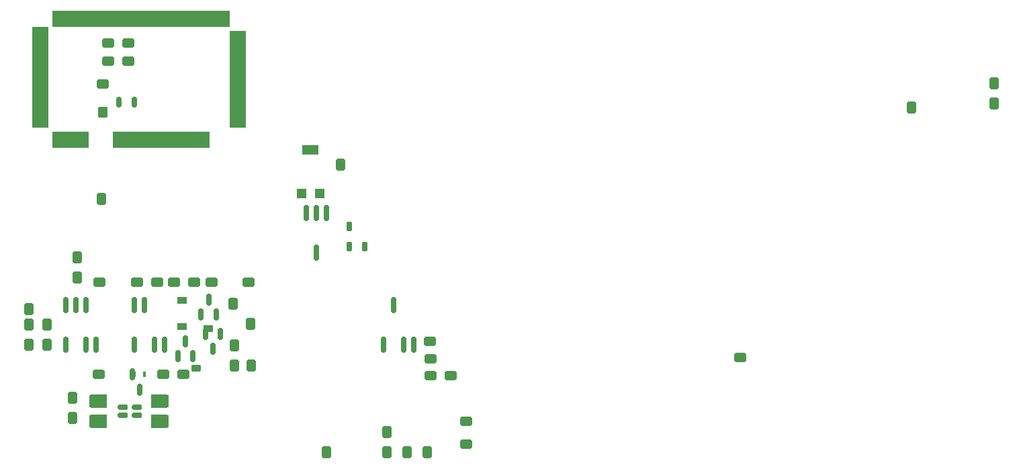
<source format=gbr>
%TF.GenerationSoftware,KiCad,Pcbnew,7.0.1*%
%TF.CreationDate,2023-03-16T09:25:58+01:00*%
%TF.ProjectId,Muons_SIPM_V2,4d756f6e-735f-4534-9950-4d5f56322e6b,rev?*%
%TF.SameCoordinates,PXc54b534PY8c10c98*%
%TF.FileFunction,Paste,Bot*%
%TF.FilePolarity,Positive*%
%FSLAX46Y46*%
G04 Gerber Fmt 4.6, Leading zero omitted, Abs format (unit mm)*
G04 Created by KiCad (PCBNEW 7.0.1) date 2023-03-16 09:25:58*
%MOMM*%
%LPD*%
G01*
G04 APERTURE LIST*
G04 Aperture macros list*
%AMRoundRect*
0 Rectangle with rounded corners*
0 $1 Rounding radius*
0 $2 $3 $4 $5 $6 $7 $8 $9 X,Y pos of 4 corners*
0 Add a 4 corners polygon primitive as box body*
4,1,4,$2,$3,$4,$5,$6,$7,$8,$9,$2,$3,0*
0 Add four circle primitives for the rounded corners*
1,1,$1+$1,$2,$3*
1,1,$1+$1,$4,$5*
1,1,$1+$1,$6,$7*
1,1,$1+$1,$8,$9*
0 Add four rect primitives between the rounded corners*
20,1,$1+$1,$2,$3,$4,$5,0*
20,1,$1+$1,$4,$5,$6,$7,0*
20,1,$1+$1,$6,$7,$8,$9,0*
20,1,$1+$1,$8,$9,$2,$3,0*%
G04 Aperture macros list end*
%ADD10R,2.008000X12.700000*%
%ADD11R,4.572000X2.032000*%
%ADD12R,12.192000X2.032000*%
%ADD13R,22.352000X2.008000*%
%ADD14R,2.008000X12.192000*%
%ADD15RoundRect,0.255319X-0.494681X0.344681X-0.494681X-0.344681X0.494681X-0.344681X0.494681X0.344681X0*%
%ADD16RoundRect,0.255319X-0.344681X-0.494681X0.344681X-0.494681X0.344681X0.494681X-0.344681X0.494681X0*%
%ADD17RoundRect,0.150000X0.150000X-0.587500X0.150000X0.587500X-0.150000X0.587500X-0.150000X-0.587500X0*%
%ADD18RoundRect,0.255319X0.494681X-0.344681X0.494681X0.344681X-0.494681X0.344681X-0.494681X-0.344681X0*%
%ADD19RoundRect,0.255319X0.344681X0.494681X-0.344681X0.494681X-0.344681X-0.494681X0.344681X-0.494681X0*%
%ADD20R,1.200000X0.900000*%
%ADD21RoundRect,0.250000X0.350000X0.450000X-0.350000X0.450000X-0.350000X-0.450000X0.350000X-0.450000X0*%
%ADD22RoundRect,0.150000X-0.150000X0.825000X-0.150000X-0.825000X0.150000X-0.825000X0.150000X0.825000X0*%
%ADD23R,1.300000X1.300000*%
%ADD24R,2.000000X1.300000*%
%ADD25RoundRect,0.152400X-0.482600X-0.152400X0.482600X-0.152400X0.482600X0.152400X-0.482600X0.152400X0*%
%ADD26RoundRect,0.225000X0.375000X-0.225000X0.375000X0.225000X-0.375000X0.225000X-0.375000X-0.225000X0*%
%ADD27RoundRect,0.090000X-0.210000X0.520000X-0.210000X-0.520000X0.210000X-0.520000X0.210000X0.520000X0*%
%ADD28RoundRect,0.150000X0.150000X-0.825000X0.150000X0.825000X-0.150000X0.825000X-0.150000X-0.825000X0*%
%ADD29RoundRect,0.150000X-0.150000X0.587500X-0.150000X-0.587500X0.150000X-0.587500X0.150000X0.587500X0*%
%ADD30R,1.300000X1.500000*%
%ADD31R,2.000000X1.780000*%
%ADD32RoundRect,0.150000X0.150000X-0.512500X0.150000X0.512500X-0.150000X0.512500X-0.150000X-0.512500X0*%
%ADD33R,0.450000X0.700000*%
G04 APERTURE END LIST*
D10*
%TO.C,B1*%
X-135608004Y101454200D03*
D11*
X-131786004Y93580200D03*
D12*
X-120356004Y93580200D03*
D13*
X-122896004Y108832200D03*
D14*
X-110692004Y101200200D03*
%TD*%
D15*
%TO.C,R22*%
X-86435569Y65992200D03*
%TD*%
D16*
%TO.C,R25*%
X-97752204Y90443901D03*
%TD*%
D17*
%TO.C,D6*%
X-116332004Y66351400D03*
X-118232004Y66351400D03*
X-117282004Y68226400D03*
%TD*%
D18*
%TO.C,R8*%
X-128105204Y75644200D03*
%TD*%
%TO.C,R13*%
X-109360004Y75644200D03*
%TD*%
D19*
%TO.C,R10*%
X-91910204Y56797400D03*
X-91910204Y54257400D03*
%TD*%
D18*
%TO.C,R17*%
X-128232204Y64061800D03*
%TD*%
D16*
%TO.C,R39*%
X-15367000Y98139275D03*
X-15367000Y100679275D03*
%TD*%
D19*
%TO.C,R27*%
X-86830204Y54257400D03*
%TD*%
D20*
%TO.C,D1*%
X-117724004Y70034400D03*
X-117724004Y73334400D03*
%TD*%
D19*
%TO.C,C2*%
X-127902004Y86130500D03*
%TD*%
D20*
%TO.C,D2*%
X-114422004Y69821000D03*
%TD*%
D19*
%TO.C,R24*%
X-89370204Y54257400D03*
%TD*%
D18*
%TO.C,R18*%
X-83895569Y63833200D03*
X-86435569Y63833200D03*
%TD*%
D21*
%TO.C,L1*%
X-127703204Y97073600D03*
%TD*%
D19*
%TO.C,R16*%
X-108961004Y65132200D03*
%TD*%
%TO.C,R4*%
X-136995204Y72291400D03*
%TD*%
D22*
%TO.C,U4*%
X-123736404Y72739000D03*
X-122466404Y72739000D03*
X-119926404Y67789000D03*
X-121196404Y67789000D03*
X-123736404Y67789000D03*
%TD*%
D23*
%TO.C,RV3*%
X-100393404Y86825401D03*
D24*
X-101543404Y92325401D03*
D23*
X-102693404Y86825401D03*
%TD*%
D25*
%TO.C,K3*%
X-125171200Y58902600D03*
X-125171200Y59893200D03*
X-123367800Y59893200D03*
X-123367800Y58902600D03*
%TD*%
D16*
%TO.C,R7*%
X-111247004Y72901000D03*
%TD*%
D15*
%TO.C,R9*%
X-123371404Y75663000D03*
X-120831404Y75663000D03*
%TD*%
%TO.C,R1*%
X-127671204Y100578800D03*
%TD*%
D19*
%TO.C,R3*%
X-130899204Y78743000D03*
X-130899204Y76203000D03*
%TD*%
D16*
%TO.C,R20*%
X-131521200Y58559400D03*
X-131521200Y61099400D03*
%TD*%
D15*
%TO.C,C22*%
X-47371000Y66135275D03*
%TD*%
%TO.C,C16*%
X-86449203Y68151200D03*
%TD*%
D18*
%TO.C,C15*%
X-81877204Y55197200D03*
%TD*%
D26*
%TO.C,D3*%
X-115946004Y64829400D03*
%TD*%
D15*
%TO.C,R15*%
X-120078804Y64061800D03*
X-117538804Y64061800D03*
%TD*%
D22*
%TO.C,U3*%
X-132372404Y72739000D03*
X-131102404Y72739000D03*
X-129832404Y72739000D03*
X-128562404Y67789000D03*
X-129832404Y67789000D03*
X-132372404Y67789000D03*
%TD*%
D27*
%TO.C,U8*%
X-96604205Y82629200D03*
X-94704205Y80139200D03*
X-96604205Y80139200D03*
%TD*%
D16*
%TO.C,C13*%
X-111120004Y65128600D03*
X-111120004Y67668600D03*
%TD*%
D15*
%TO.C,R2*%
X-127026804Y105760400D03*
X-124486804Y105760400D03*
%TD*%
%TO.C,C4*%
X-127040104Y103474400D03*
X-124500104Y103474400D03*
%TD*%
D19*
%TO.C,R12*%
X-109088004Y70364600D03*
%TD*%
D28*
%TO.C,U7*%
X-100781404Y79371401D03*
X-102051404Y84321401D03*
X-100781404Y84321401D03*
X-99511404Y84321401D03*
%TD*%
D19*
%TO.C,R40*%
X-25781000Y97631275D03*
%TD*%
D18*
%TO.C,C14*%
X-81877204Y58118200D03*
%TD*%
D15*
%TO.C,R11*%
X-118707204Y75644200D03*
X-116167204Y75644200D03*
%TD*%
D29*
%TO.C,D5*%
X-114798004Y69115400D03*
X-112898004Y69115400D03*
X-113848004Y67240400D03*
%TD*%
D30*
%TO.C,K2*%
X-128789600Y58140600D03*
X-128789600Y60680600D03*
X-119989600Y60680600D03*
X-119989600Y58140600D03*
%TD*%
D22*
%TO.C,U2*%
X-91021204Y72720200D03*
X-88481204Y67770200D03*
X-89751204Y67770200D03*
X-92291204Y67770200D03*
%TD*%
D31*
%TO.C,K1*%
X-128193800Y58115200D03*
X-128193800Y60655200D03*
X-120573800Y60655200D03*
X-120573800Y58115200D03*
%TD*%
D16*
%TO.C,R19*%
X-99530204Y54257400D03*
%TD*%
D18*
%TO.C,R14*%
X-114033604Y75644200D03*
%TD*%
D17*
%TO.C,D4*%
X-113411004Y71558400D03*
X-115311004Y71558400D03*
X-114361004Y73433400D03*
%TD*%
D29*
%TO.C,Q2*%
X-123992003Y64004400D03*
X-123042003Y62129400D03*
%TD*%
D19*
%TO.C,R5*%
X-134760004Y70313000D03*
X-134760004Y67773000D03*
%TD*%
D32*
%TO.C,U1*%
X-123770203Y98351100D03*
X-125670203Y98351100D03*
%TD*%
D19*
%TO.C,C12*%
X-136995204Y70310200D03*
X-136995204Y67770200D03*
%TD*%
D33*
%TO.C,Q1*%
X-123738005Y64004399D03*
X-122438005Y64004399D03*
X-123088005Y62004399D03*
%TD*%
M02*

</source>
